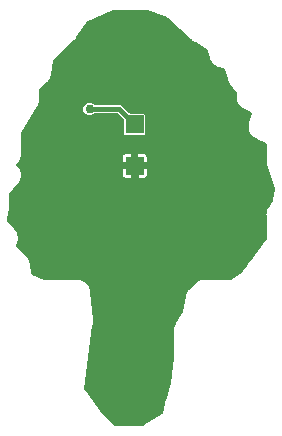
<source format=gbr>
G04 EAGLE Gerber RS-274X export*
G75*
%MOMM*%
%FSLAX34Y34*%
%LPD*%
%INTop Copper*%
%IPPOS*%
%AMOC8*
5,1,8,0,0,1.08239X$1,22.5*%
G01*
%ADD10R,1.500000X1.500000*%
%ADD11C,0.756400*%
%ADD12C,0.406400*%
%ADD13C,0.609600*%

G36*
X60332Y16525D02*
X60332Y16525D01*
X60453Y16530D01*
X60505Y16544D01*
X60559Y16551D01*
X60672Y16591D01*
X60789Y16624D01*
X60850Y16655D01*
X60887Y16668D01*
X60926Y16693D01*
X61007Y16734D01*
X76700Y26324D01*
X76823Y26421D01*
X76948Y26514D01*
X76960Y26528D01*
X76974Y26539D01*
X77073Y26661D01*
X77173Y26780D01*
X77182Y26796D01*
X77193Y26810D01*
X77261Y26952D01*
X77332Y27090D01*
X77338Y27111D01*
X77344Y27124D01*
X77354Y27166D01*
X77399Y27325D01*
X77919Y29925D01*
X78224Y31448D01*
X78528Y32971D01*
X78528Y32972D01*
X78576Y33212D01*
X78586Y33326D01*
X78604Y33440D01*
X78602Y33517D01*
X78605Y33559D01*
X78599Y33603D01*
X78596Y33685D01*
X78575Y33868D01*
X79000Y35357D01*
X79007Y35399D01*
X79029Y35477D01*
X79333Y36995D01*
X79436Y37148D01*
X79488Y37250D01*
X79549Y37348D01*
X79576Y37420D01*
X79595Y37458D01*
X79606Y37500D01*
X79635Y37577D01*
X83941Y52647D01*
X83941Y52653D01*
X83943Y52658D01*
X83959Y52736D01*
X83971Y52774D01*
X83974Y52816D01*
X83990Y52898D01*
X86350Y74139D01*
X86350Y74189D01*
X86359Y74307D01*
X86359Y95082D01*
X86352Y95146D01*
X86354Y95210D01*
X86323Y95394D01*
X86319Y95428D01*
X86316Y95437D01*
X86314Y95451D01*
X86172Y96016D01*
X86343Y97160D01*
X86344Y97191D01*
X86359Y97385D01*
X86359Y98541D01*
X86582Y99079D01*
X86600Y99141D01*
X86626Y99200D01*
X86668Y99381D01*
X86678Y99415D01*
X86678Y99424D01*
X86682Y99438D01*
X86767Y100015D01*
X87362Y101006D01*
X87375Y101034D01*
X87445Y101171D01*
X87454Y101186D01*
X87456Y101192D01*
X87464Y101207D01*
X87906Y102276D01*
X88318Y102688D01*
X88358Y102738D01*
X88405Y102782D01*
X88513Y102933D01*
X88535Y102961D01*
X88539Y102969D01*
X88547Y102981D01*
X94286Y112545D01*
X94354Y112695D01*
X94423Y112841D01*
X94426Y112854D01*
X94430Y112863D01*
X94436Y112896D01*
X94482Y113079D01*
X96499Y125177D01*
X96499Y125180D01*
X96500Y125183D01*
X96519Y125427D01*
X96519Y126481D01*
X96782Y127115D01*
X96796Y127164D01*
X96818Y127210D01*
X96860Y127381D01*
X96871Y127413D01*
X96872Y127426D01*
X96877Y127447D01*
X96990Y128124D01*
X97548Y129018D01*
X97549Y129021D01*
X97551Y129024D01*
X97663Y129242D01*
X98066Y130216D01*
X98551Y130701D01*
X98583Y130741D01*
X98621Y130775D01*
X98767Y130971D01*
X99130Y131553D01*
X99987Y132166D01*
X99990Y132168D01*
X99993Y132170D01*
X100179Y132328D01*
X102932Y135081D01*
X106004Y138154D01*
X109739Y139701D01*
X133622Y139701D01*
X133772Y139718D01*
X133922Y139730D01*
X133945Y139738D01*
X133969Y139741D01*
X134110Y139791D01*
X134254Y139838D01*
X134279Y139852D01*
X134297Y139858D01*
X134336Y139884D01*
X134467Y139957D01*
X144820Y146858D01*
X144822Y146860D01*
X144826Y146862D01*
X144957Y146974D01*
X145085Y147083D01*
X145088Y147086D01*
X145090Y147089D01*
X145242Y147280D01*
X147981Y151389D01*
X148036Y151497D01*
X148099Y151600D01*
X148122Y151664D01*
X148140Y151699D01*
X148151Y151744D01*
X148182Y151830D01*
X148219Y151963D01*
X149198Y153221D01*
X149219Y153256D01*
X149263Y153312D01*
X150147Y154638D01*
X150261Y154714D01*
X150353Y154793D01*
X150451Y154864D01*
X150497Y154915D01*
X150527Y154940D01*
X150554Y154977D01*
X150616Y155045D01*
X164778Y173254D01*
X164795Y173281D01*
X164816Y173305D01*
X164885Y173430D01*
X164959Y173551D01*
X164969Y173582D01*
X164985Y173610D01*
X165024Y173747D01*
X165068Y173883D01*
X165071Y173914D01*
X165080Y173945D01*
X165099Y174189D01*
X165099Y194423D01*
X165096Y194451D01*
X165098Y194479D01*
X165070Y194722D01*
X164900Y195569D01*
X164977Y195959D01*
X165070Y196429D01*
X165072Y196455D01*
X165080Y196481D01*
X165099Y196725D01*
X165099Y197601D01*
X165430Y198399D01*
X165438Y198427D01*
X165450Y198451D01*
X165517Y198687D01*
X165580Y199005D01*
X165580Y199006D01*
X165685Y199534D01*
X166171Y200264D01*
X166183Y200287D01*
X166199Y200308D01*
X166311Y200526D01*
X166646Y201336D01*
X167257Y201947D01*
X167275Y201969D01*
X167296Y201987D01*
X167448Y202179D01*
X170495Y206750D01*
X170506Y206772D01*
X170522Y206792D01*
X170585Y206927D01*
X170654Y207060D01*
X170660Y207084D01*
X170670Y207107D01*
X170730Y207344D01*
X172343Y217020D01*
X172348Y217122D01*
X172362Y217223D01*
X172356Y217296D01*
X172360Y217368D01*
X172342Y217469D01*
X172333Y217570D01*
X172307Y217664D01*
X172298Y217711D01*
X172284Y217745D01*
X172266Y217806D01*
X165816Y235007D01*
X165806Y235025D01*
X165797Y235055D01*
X165084Y236776D01*
X165082Y236791D01*
X165069Y236941D01*
X165062Y236969D01*
X165059Y236987D01*
X165044Y237032D01*
X165036Y237059D01*
X165098Y238907D01*
X165097Y238927D01*
X165099Y238958D01*
X165099Y254399D01*
X165097Y254421D01*
X165099Y254443D01*
X165077Y254594D01*
X165059Y254745D01*
X165052Y254766D01*
X165049Y254788D01*
X164993Y254930D01*
X164942Y255073D01*
X164930Y255092D01*
X164922Y255113D01*
X164836Y255238D01*
X164753Y255366D01*
X164737Y255382D01*
X164724Y255400D01*
X164612Y255502D01*
X164502Y255608D01*
X164483Y255620D01*
X164467Y255635D01*
X164257Y255761D01*
X156623Y259578D01*
X156582Y259594D01*
X156543Y259616D01*
X156311Y259694D01*
X155595Y259873D01*
X154790Y260469D01*
X154781Y260474D01*
X154774Y260481D01*
X154564Y260608D01*
X153668Y261056D01*
X153184Y261614D01*
X153152Y261644D01*
X153125Y261679D01*
X152940Y261840D01*
X152347Y262279D01*
X151832Y263138D01*
X151825Y263146D01*
X151821Y263156D01*
X151676Y263353D01*
X151020Y264109D01*
X150786Y264810D01*
X150768Y264850D01*
X150756Y264893D01*
X150647Y265112D01*
X150267Y265745D01*
X150120Y266736D01*
X150117Y266746D01*
X150117Y266756D01*
X150058Y266994D01*
X149742Y267944D01*
X149794Y268681D01*
X149792Y268725D01*
X149798Y268769D01*
X149781Y269013D01*
X149672Y269744D01*
X149915Y270716D01*
X149917Y270726D01*
X149920Y270735D01*
X149957Y270977D01*
X150028Y271976D01*
X150358Y272637D01*
X150374Y272678D01*
X150396Y272717D01*
X150474Y272949D01*
X152260Y280092D01*
X152279Y280241D01*
X152303Y280389D01*
X152302Y280413D01*
X152305Y280437D01*
X152290Y280587D01*
X152280Y280737D01*
X152273Y280760D01*
X152270Y280784D01*
X152222Y280926D01*
X152178Y281070D01*
X152166Y281091D01*
X152158Y281114D01*
X152078Y281242D01*
X152003Y281371D01*
X151987Y281389D01*
X151974Y281410D01*
X151867Y281516D01*
X151764Y281625D01*
X151740Y281642D01*
X151727Y281656D01*
X151687Y281681D01*
X151565Y281767D01*
X145374Y285482D01*
X145346Y285495D01*
X145173Y285584D01*
X144104Y286026D01*
X143692Y286438D01*
X143642Y286478D01*
X143598Y286525D01*
X143446Y286633D01*
X143419Y286655D01*
X143411Y286659D01*
X143399Y286667D01*
X142899Y286967D01*
X142211Y287896D01*
X142190Y287919D01*
X142064Y288067D01*
X141246Y288884D01*
X141023Y289423D01*
X140992Y289479D01*
X140969Y289539D01*
X140871Y289697D01*
X140854Y289727D01*
X140847Y289735D01*
X140840Y289747D01*
X140493Y290215D01*
X140212Y291337D01*
X140201Y291366D01*
X140142Y291550D01*
X139699Y292619D01*
X139699Y293202D01*
X139692Y293266D01*
X139694Y293330D01*
X139663Y293514D01*
X139659Y293548D01*
X139656Y293557D01*
X139654Y293571D01*
X139512Y294136D01*
X139683Y295280D01*
X139684Y295311D01*
X139699Y295505D01*
X139699Y298365D01*
X139697Y298384D01*
X139699Y298402D01*
X139677Y298557D01*
X139659Y298712D01*
X139653Y298729D01*
X139651Y298747D01*
X139594Y298893D01*
X139542Y299040D01*
X139532Y299055D01*
X139525Y299072D01*
X139395Y299279D01*
X134360Y305992D01*
X134333Y306020D01*
X134292Y306076D01*
X133240Y307289D01*
X133200Y307408D01*
X133149Y307519D01*
X133104Y307634D01*
X133069Y307690D01*
X133053Y307724D01*
X133024Y307761D01*
X132974Y307840D01*
X132899Y307940D01*
X132500Y309497D01*
X132486Y309533D01*
X132470Y309600D01*
X129549Y318362D01*
X129499Y318469D01*
X129457Y318580D01*
X129425Y318627D01*
X129402Y318678D01*
X129329Y318771D01*
X129263Y318869D01*
X129221Y318908D01*
X129186Y318952D01*
X129094Y319026D01*
X129007Y319107D01*
X128959Y319135D01*
X128914Y319170D01*
X128808Y319221D01*
X128705Y319280D01*
X128637Y319303D01*
X128600Y319321D01*
X128556Y319330D01*
X128473Y319358D01*
X125087Y320205D01*
X125039Y320211D01*
X124942Y320234D01*
X123505Y320447D01*
X123263Y320593D01*
X123170Y320635D01*
X123081Y320686D01*
X122989Y320717D01*
X122946Y320737D01*
X122909Y320744D01*
X122849Y320764D01*
X122575Y320833D01*
X121408Y321698D01*
X121366Y321722D01*
X121285Y321780D01*
X120039Y322527D01*
X119871Y322754D01*
X119801Y322829D01*
X119738Y322910D01*
X119666Y322974D01*
X119633Y323008D01*
X119602Y323029D01*
X119554Y323071D01*
X119327Y323239D01*
X118580Y324485D01*
X118550Y324523D01*
X118498Y324608D01*
X117633Y325775D01*
X117564Y326049D01*
X117528Y326145D01*
X117501Y326244D01*
X117458Y326331D01*
X117442Y326375D01*
X117421Y326406D01*
X117393Y326463D01*
X117247Y326705D01*
X117034Y328142D01*
X117021Y328189D01*
X117005Y328287D01*
X115698Y333513D01*
X115666Y333598D01*
X115644Y333686D01*
X115605Y333761D01*
X115576Y333840D01*
X115525Y333915D01*
X115484Y333995D01*
X115429Y334059D01*
X115382Y334129D01*
X115316Y334191D01*
X115257Y334260D01*
X115164Y334333D01*
X115128Y334368D01*
X115102Y334382D01*
X115065Y334411D01*
X104826Y341238D01*
X104762Y341270D01*
X104704Y341311D01*
X104554Y341377D01*
X104515Y341397D01*
X104501Y341401D01*
X104480Y341410D01*
X103980Y341583D01*
X103076Y342387D01*
X103042Y342411D01*
X102909Y342516D01*
X101902Y343187D01*
X101608Y343626D01*
X101562Y343680D01*
X101523Y343740D01*
X101410Y343859D01*
X101382Y343892D01*
X101370Y343901D01*
X101354Y343917D01*
X81234Y361802D01*
X81105Y361893D01*
X80978Y361985D01*
X80960Y361994D01*
X80949Y362002D01*
X80910Y362017D01*
X80757Y362089D01*
X64456Y368202D01*
X64310Y368239D01*
X64165Y368280D01*
X64136Y368282D01*
X64118Y368287D01*
X64071Y368287D01*
X63921Y368299D01*
X35551Y368299D01*
X35523Y368296D01*
X35495Y368298D01*
X35350Y368276D01*
X35205Y368259D01*
X35178Y368250D01*
X35151Y368246D01*
X34921Y368163D01*
X12321Y357890D01*
X12213Y357825D01*
X12100Y357767D01*
X12064Y357736D01*
X12022Y357711D01*
X11931Y357622D01*
X11836Y357540D01*
X11798Y357493D01*
X11772Y357468D01*
X11746Y357427D01*
X11684Y357348D01*
X4009Y345836D01*
X3997Y345813D01*
X3981Y345792D01*
X3869Y345574D01*
X3534Y344764D01*
X2923Y344153D01*
X2905Y344131D01*
X2884Y344113D01*
X2732Y343921D01*
X2253Y343202D01*
X1525Y342715D01*
X1505Y342697D01*
X1482Y342684D01*
X1295Y342526D01*
X-15568Y325663D01*
X-15568Y325662D01*
X-15569Y325662D01*
X-15687Y325513D01*
X-15784Y325390D01*
X-15785Y325389D01*
X-15866Y325217D01*
X-15933Y325075D01*
X-15933Y325074D01*
X-15934Y325073D01*
X-15993Y324836D01*
X-17759Y314243D01*
X-17759Y314240D01*
X-17760Y314237D01*
X-17779Y313993D01*
X-17779Y312939D01*
X-18042Y312305D01*
X-18056Y312256D01*
X-18078Y312210D01*
X-18137Y311973D01*
X-18250Y311296D01*
X-18808Y310402D01*
X-18809Y310399D01*
X-18811Y310396D01*
X-18923Y310178D01*
X-19326Y309204D01*
X-19811Y308719D01*
X-19843Y308679D01*
X-19881Y308645D01*
X-20026Y308449D01*
X-20390Y307867D01*
X-21247Y307254D01*
X-21250Y307252D01*
X-21253Y307250D01*
X-21439Y307092D01*
X-27493Y301037D01*
X-27572Y300938D01*
X-27656Y300845D01*
X-27680Y300802D01*
X-27710Y300764D01*
X-27764Y300650D01*
X-27825Y300540D01*
X-27838Y300493D01*
X-27859Y300449D01*
X-27885Y300326D01*
X-27920Y300204D01*
X-27925Y300143D01*
X-27932Y300109D01*
X-27931Y300061D01*
X-27939Y299960D01*
X-27939Y293538D01*
X-27932Y293474D01*
X-27934Y293410D01*
X-27903Y293226D01*
X-27899Y293192D01*
X-27896Y293183D01*
X-27894Y293169D01*
X-27752Y292604D01*
X-27923Y291460D01*
X-27924Y291429D01*
X-27939Y291235D01*
X-27939Y290079D01*
X-28162Y289541D01*
X-28180Y289479D01*
X-28206Y289420D01*
X-28248Y289239D01*
X-28258Y289205D01*
X-28258Y289196D01*
X-28262Y289182D01*
X-28347Y288605D01*
X-28942Y287614D01*
X-28955Y287586D01*
X-29044Y287413D01*
X-29486Y286344D01*
X-29898Y285932D01*
X-29938Y285882D01*
X-29985Y285838D01*
X-30093Y285686D01*
X-30115Y285659D01*
X-30119Y285651D01*
X-30127Y285639D01*
X-42962Y264247D01*
X-43010Y264143D01*
X-43065Y264043D01*
X-43081Y263985D01*
X-43106Y263930D01*
X-43128Y263818D01*
X-43160Y263707D01*
X-43166Y263630D01*
X-43174Y263588D01*
X-43173Y263545D01*
X-43179Y263464D01*
X-43179Y247537D01*
X-43176Y247509D01*
X-43178Y247481D01*
X-43150Y247238D01*
X-42980Y246391D01*
X-43150Y245531D01*
X-43152Y245505D01*
X-43160Y245479D01*
X-43179Y245235D01*
X-43179Y244359D01*
X-43510Y243561D01*
X-43518Y243533D01*
X-43530Y243509D01*
X-43597Y243273D01*
X-43765Y242426D01*
X-44251Y241696D01*
X-44263Y241673D01*
X-44279Y241652D01*
X-44391Y241434D01*
X-44726Y240624D01*
X-45337Y240013D01*
X-45355Y239991D01*
X-45376Y239973D01*
X-45478Y239844D01*
X-45490Y239831D01*
X-45497Y239820D01*
X-45528Y239781D01*
X-46674Y238061D01*
X-46736Y237941D01*
X-46803Y237825D01*
X-46815Y237787D01*
X-46833Y237751D01*
X-46866Y237620D01*
X-46905Y237492D01*
X-46908Y237452D01*
X-46917Y237413D01*
X-46919Y237278D01*
X-46928Y237144D01*
X-46922Y237104D01*
X-46922Y237064D01*
X-46894Y236933D01*
X-46872Y236800D01*
X-46857Y236763D01*
X-46848Y236724D01*
X-46790Y236602D01*
X-46739Y236478D01*
X-46716Y236445D01*
X-46699Y236409D01*
X-46615Y236304D01*
X-46536Y236194D01*
X-46500Y236160D01*
X-46481Y236137D01*
X-46442Y236106D01*
X-46358Y236027D01*
X-45414Y235272D01*
X-45240Y234954D01*
X-45186Y234879D01*
X-45141Y234798D01*
X-45067Y234711D01*
X-45038Y234670D01*
X-45015Y234650D01*
X-44982Y234612D01*
X-44726Y234356D01*
X-44200Y233086D01*
X-44176Y233042D01*
X-44127Y232934D01*
X-43465Y231731D01*
X-43425Y231371D01*
X-43404Y231280D01*
X-43393Y231189D01*
X-43358Y231080D01*
X-43347Y231031D01*
X-43333Y231003D01*
X-43318Y230956D01*
X-43179Y230621D01*
X-43179Y229247D01*
X-43174Y229197D01*
X-43170Y229079D01*
X-43018Y227713D01*
X-43119Y227365D01*
X-43134Y227274D01*
X-43160Y227185D01*
X-43169Y227071D01*
X-43177Y227022D01*
X-43175Y226991D01*
X-43179Y226941D01*
X-43179Y226579D01*
X-43705Y225310D01*
X-43719Y225262D01*
X-43761Y225151D01*
X-44143Y223831D01*
X-44370Y223548D01*
X-44419Y223469D01*
X-44476Y223397D01*
X-44528Y223295D01*
X-44555Y223253D01*
X-44565Y223224D01*
X-44588Y223179D01*
X-44726Y222844D01*
X-45698Y221873D01*
X-45729Y221834D01*
X-45810Y221747D01*
X-53005Y212753D01*
X-53028Y212717D01*
X-53056Y212686D01*
X-53120Y212570D01*
X-53191Y212458D01*
X-53204Y212418D01*
X-53225Y212381D01*
X-53261Y212253D01*
X-53304Y212128D01*
X-53308Y212086D01*
X-53320Y212045D01*
X-53339Y211801D01*
X-53339Y201805D01*
X-53336Y201778D01*
X-53338Y201752D01*
X-53310Y201509D01*
X-53140Y200649D01*
X-53310Y199802D01*
X-53312Y199774D01*
X-53320Y199747D01*
X-53339Y199503D01*
X-53339Y198639D01*
X-53675Y197829D01*
X-53682Y197804D01*
X-53694Y197780D01*
X-53761Y197545D01*
X-53960Y196550D01*
X-53960Y196549D01*
X-54265Y195026D01*
X-54569Y193503D01*
X-54570Y193503D01*
X-54874Y191980D01*
X-55009Y191306D01*
X-55010Y191288D01*
X-55015Y191271D01*
X-55025Y191114D01*
X-55038Y190959D01*
X-55035Y190941D01*
X-55036Y190923D01*
X-55010Y190769D01*
X-54987Y190614D01*
X-54980Y190597D01*
X-54977Y190580D01*
X-54916Y190435D01*
X-54859Y190290D01*
X-54849Y190275D01*
X-54842Y190258D01*
X-54705Y190056D01*
X-48894Y182793D01*
X-48841Y182740D01*
X-48796Y182681D01*
X-48679Y182579D01*
X-48647Y182547D01*
X-48632Y182538D01*
X-48611Y182520D01*
X-48207Y182221D01*
X-47572Y181162D01*
X-47545Y181126D01*
X-47455Y180994D01*
X-46683Y180029D01*
X-46543Y179546D01*
X-46514Y179477D01*
X-46495Y179405D01*
X-46426Y179267D01*
X-46409Y179224D01*
X-46398Y179210D01*
X-46386Y179186D01*
X-46127Y178755D01*
X-45946Y177533D01*
X-45934Y177490D01*
X-45902Y177333D01*
X-45558Y176147D01*
X-45614Y175647D01*
X-45613Y175572D01*
X-45623Y175498D01*
X-45613Y175344D01*
X-45612Y175298D01*
X-45608Y175281D01*
X-45607Y175254D01*
X-45532Y174756D01*
X-45832Y173558D01*
X-45838Y173514D01*
X-45868Y173357D01*
X-46005Y172129D01*
X-46247Y171688D01*
X-46276Y171619D01*
X-46313Y171555D01*
X-46362Y171408D01*
X-46379Y171366D01*
X-46382Y171349D01*
X-46391Y171323D01*
X-46958Y169053D01*
X-46976Y168916D01*
X-47001Y168780D01*
X-46999Y168744D01*
X-47003Y168708D01*
X-46990Y168570D01*
X-46983Y168432D01*
X-46973Y168397D01*
X-46969Y168361D01*
X-46924Y168230D01*
X-46886Y168097D01*
X-46868Y168066D01*
X-46857Y168031D01*
X-46783Y167914D01*
X-46716Y167793D01*
X-46687Y167759D01*
X-46672Y167736D01*
X-46637Y167700D01*
X-46558Y167607D01*
X-39219Y160268D01*
X-39216Y160266D01*
X-39214Y160264D01*
X-39027Y160106D01*
X-38170Y159493D01*
X-37807Y158911D01*
X-37775Y158872D01*
X-37750Y158827D01*
X-37649Y158708D01*
X-37636Y158689D01*
X-37623Y158678D01*
X-37591Y158641D01*
X-37106Y158156D01*
X-36703Y157182D01*
X-36701Y157179D01*
X-36700Y157175D01*
X-36588Y156958D01*
X-36030Y156064D01*
X-35917Y155387D01*
X-35903Y155338D01*
X-35897Y155288D01*
X-35822Y155055D01*
X-35559Y154421D01*
X-35559Y153367D01*
X-35559Y153364D01*
X-35559Y153360D01*
X-35539Y153117D01*
X-34208Y145132D01*
X-34176Y145021D01*
X-34153Y144907D01*
X-34128Y144854D01*
X-34112Y144797D01*
X-34055Y144696D01*
X-34007Y144591D01*
X-33970Y144544D01*
X-33942Y144493D01*
X-33864Y144407D01*
X-33793Y144316D01*
X-33747Y144279D01*
X-33707Y144235D01*
X-33612Y144169D01*
X-33522Y144097D01*
X-33455Y144061D01*
X-33420Y144037D01*
X-33379Y144021D01*
X-33305Y143983D01*
X-23602Y139824D01*
X-23591Y139821D01*
X-23581Y139815D01*
X-23423Y139771D01*
X-23268Y139724D01*
X-23257Y139723D01*
X-23246Y139720D01*
X-23002Y139701D01*
X4497Y139701D01*
X4546Y139706D01*
X4649Y139708D01*
X6080Y139851D01*
X6364Y139766D01*
X6463Y139748D01*
X6561Y139720D01*
X6660Y139712D01*
X6707Y139704D01*
X6743Y139706D01*
X6804Y139701D01*
X7101Y139701D01*
X8430Y139150D01*
X8477Y139137D01*
X8573Y139099D01*
X9950Y138684D01*
X10180Y138496D01*
X10265Y138441D01*
X10344Y138379D01*
X10432Y138333D01*
X10473Y138307D01*
X10507Y138295D01*
X10561Y138267D01*
X10836Y138154D01*
X11853Y137137D01*
X11891Y137107D01*
X11965Y137035D01*
X13078Y136124D01*
X13219Y135863D01*
X13276Y135780D01*
X13325Y135692D01*
X13390Y135616D01*
X13417Y135576D01*
X13444Y135552D01*
X13484Y135505D01*
X13694Y135296D01*
X14244Y133967D01*
X14268Y133924D01*
X14309Y133830D01*
X14989Y132562D01*
X15019Y132267D01*
X15040Y132168D01*
X15052Y132068D01*
X15083Y131973D01*
X15093Y131926D01*
X15108Y131894D01*
X15127Y131835D01*
X15241Y131561D01*
X15241Y130123D01*
X15246Y130074D01*
X15248Y129971D01*
X17634Y106119D01*
X17634Y106115D01*
X17634Y106110D01*
X17679Y105870D01*
X17955Y104858D01*
X17867Y104172D01*
X17867Y104122D01*
X17858Y104072D01*
X17863Y103828D01*
X17931Y103140D01*
X17628Y102136D01*
X17628Y102132D01*
X17626Y102128D01*
X17576Y101889D01*
X10679Y47863D01*
X10677Y47748D01*
X10667Y47633D01*
X10675Y47574D01*
X10675Y47515D01*
X10699Y47402D01*
X10715Y47288D01*
X10737Y47232D01*
X10750Y47174D01*
X10799Y47070D01*
X10841Y46963D01*
X10882Y46898D01*
X10900Y46860D01*
X10927Y46826D01*
X10971Y46756D01*
X26680Y25811D01*
X26707Y25783D01*
X26822Y25648D01*
X35513Y16957D01*
X35612Y16878D01*
X35705Y16794D01*
X35748Y16770D01*
X35786Y16740D01*
X35900Y16686D01*
X36010Y16625D01*
X36057Y16612D01*
X36101Y16591D01*
X36224Y16565D01*
X36346Y16530D01*
X36407Y16525D01*
X36441Y16518D01*
X36489Y16519D01*
X36590Y16511D01*
X60213Y16511D01*
X60332Y16525D01*
G37*
%LPC*%
G36*
X45208Y262475D02*
X45208Y262475D01*
X44315Y263368D01*
X44315Y274864D01*
X44301Y274989D01*
X44294Y275116D01*
X44281Y275162D01*
X44275Y275210D01*
X44233Y275329D01*
X44198Y275450D01*
X44174Y275493D01*
X44158Y275538D01*
X44089Y275644D01*
X44028Y275755D01*
X43988Y275801D01*
X43969Y275831D01*
X43934Y275864D01*
X43869Y275941D01*
X39333Y280477D01*
X39234Y280556D01*
X39140Y280640D01*
X39098Y280664D01*
X39060Y280694D01*
X38946Y280748D01*
X38835Y280809D01*
X38788Y280822D01*
X38745Y280843D01*
X38621Y280869D01*
X38500Y280904D01*
X38439Y280909D01*
X38404Y280916D01*
X38356Y280915D01*
X38256Y280923D01*
X19819Y280923D01*
X19693Y280909D01*
X19567Y280902D01*
X19521Y280889D01*
X19473Y280883D01*
X19354Y280841D01*
X19232Y280806D01*
X19190Y280782D01*
X19145Y280766D01*
X19039Y280697D01*
X18928Y280636D01*
X18882Y280596D01*
X18852Y280577D01*
X18818Y280542D01*
X18742Y280477D01*
X18246Y279981D01*
X16296Y279173D01*
X14184Y279173D01*
X12234Y279981D01*
X10741Y281474D01*
X9933Y283424D01*
X9933Y285536D01*
X10741Y287486D01*
X12234Y288979D01*
X14184Y289787D01*
X16296Y289787D01*
X18246Y288979D01*
X18742Y288483D01*
X18841Y288404D01*
X18935Y288320D01*
X18977Y288296D01*
X19015Y288266D01*
X19129Y288212D01*
X19240Y288151D01*
X19286Y288138D01*
X19330Y288117D01*
X19453Y288091D01*
X19575Y288056D01*
X19636Y288051D01*
X19671Y288044D01*
X19719Y288045D01*
X19819Y288037D01*
X41833Y288037D01*
X48899Y280971D01*
X48998Y280892D01*
X49092Y280808D01*
X49134Y280784D01*
X49172Y280754D01*
X49286Y280700D01*
X49397Y280639D01*
X49444Y280626D01*
X49487Y280605D01*
X49611Y280579D01*
X49732Y280544D01*
X49793Y280539D01*
X49828Y280532D01*
X49876Y280533D01*
X49976Y280525D01*
X61472Y280525D01*
X62365Y279632D01*
X62365Y263368D01*
X61472Y262475D01*
X45208Y262475D01*
G37*
%LPD*%
%LPC*%
G36*
X56387Y239547D02*
X56387Y239547D01*
X56387Y246541D01*
X61175Y246541D01*
X61821Y246368D01*
X62400Y246033D01*
X62873Y245560D01*
X63208Y244981D01*
X63381Y244335D01*
X63381Y239547D01*
X56387Y239547D01*
G37*
%LPD*%
%LPC*%
G36*
X43299Y239547D02*
X43299Y239547D01*
X43299Y244335D01*
X43472Y244981D01*
X43807Y245560D01*
X44280Y246033D01*
X44859Y246368D01*
X45505Y246541D01*
X50293Y246541D01*
X50293Y239547D01*
X43299Y239547D01*
G37*
%LPD*%
%LPC*%
G36*
X56387Y226459D02*
X56387Y226459D01*
X56387Y233453D01*
X63381Y233453D01*
X63381Y228665D01*
X63208Y228019D01*
X62873Y227440D01*
X62400Y226967D01*
X61821Y226632D01*
X61175Y226459D01*
X56387Y226459D01*
G37*
%LPD*%
%LPC*%
G36*
X45505Y226459D02*
X45505Y226459D01*
X44859Y226632D01*
X44280Y226967D01*
X43807Y227440D01*
X43472Y228019D01*
X43299Y228665D01*
X43299Y233453D01*
X50293Y233453D01*
X50293Y226459D01*
X45505Y226459D01*
G37*
%LPD*%
%LPC*%
G36*
X53339Y236499D02*
X53339Y236499D01*
X53339Y236501D01*
X53341Y236501D01*
X53341Y236499D01*
X53339Y236499D01*
G37*
%LPD*%
D10*
X53340Y236500D03*
X53340Y271500D03*
D11*
X15240Y284480D03*
D12*
X40360Y284480D01*
X53340Y271500D01*
D13*
X53340Y236500D02*
X53340Y97790D01*
X25400Y69850D01*
D11*
X25400Y69850D03*
M02*

</source>
